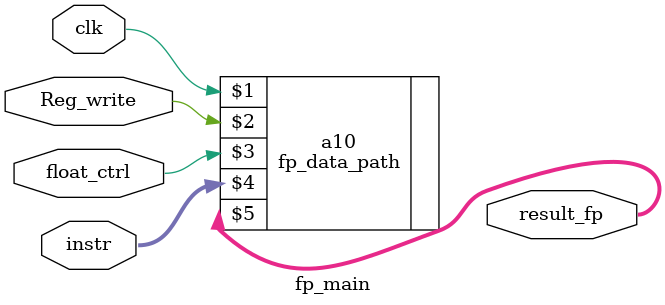
<source format=v>
module fp_main(

       input clk,Reg_write,float_ctrl,
		 input [31:0] instr,
		 output [31:0] result_fp
);

fp_data_path a10(clk,Reg_write,float_ctrl,instr,result_fp);

endmodule 
</source>
